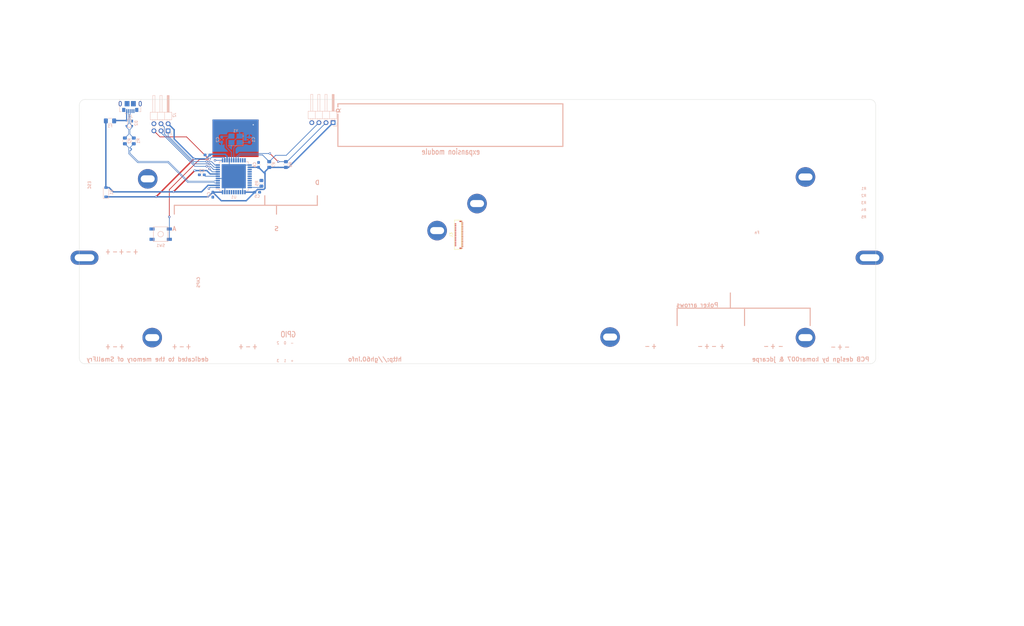
<source format=kicad_pcb>
(kicad_pcb (version 20221018) (generator pcbnew)
  (layers (0 "F.Cu" signal) (31 "B.Cu" signal) (34 "B.Paste" user) (35 "F.Paste" user) (36 "B.SilkS" user "B.Silkscreen") (37 "F.SilkS" user "F.Silkscreen") (38 "B.Mask" user) (39 "F.Mask" user) (44 "Edge.Cuts" user))
  (net 0 "")
  (net 1 "GND")
  (net 2 "Net-(C1-Pad1)")
  (net 3 "Net-(C2-Pad1)")
  (net 4 "Net-(C3-Pad1)")
  (net 5 "+5V")
  (net 6 "VBUS")
  (net 7 "VCC")
  (net 8 "Net-(J1-Pad4)")
  (net 9 "~{RESET}")
  (net 10 "PB2_MOSI")
  (net 11 "PB1_SCK")
  (net 12 "PB3_MISO")
  (net 13 "Net-(J3-PadMP)")
  (net 14 "PF7")
  (net 15 "PF6")
  (net 16 "PF5")
  (net 17 "PF4")
  (net 18 "PF1")
  (net 19 "PF0")
  (net 20 "PE6")
  (net 21 "PD7")
  (net 22 "PD6")
  (net 23 "PD5")
  (net 24 "PD4")
  (net 25 "PD3")
  (net 26 "PD2")
  (net 27 "PD1_SDA")
  (net 28 "PD0_SCL")
  (net 29 "PC7")
  (net 30 "PC6")
  (net 31 "PB7")
  (net 32 "PB6")
  (net 33 "PB5")
  (net 34 "PB4")
  (net 35 "PB0")
  (net 36 "D+")
  (net 37 "D-")
  (net 38 "Net-(R5-Pad2)")
  (net 39 "Net-(U1-Pad42)")
  (net 40 "/DP")
  (net 41 "/DN")
  (footprint "gh60_hole:PKRH" (layer "F.Cu") (at 64.453146 78.400048)
    (fp_text reference "S1" hide)
    (fp_text value "Screw")
  )
  (footprint "gh60_hole:PKRH" (layer "F.Cu") (at 182.325 87.25)
    (fp_text reference "S7" hide)
    (fp_text value "Screw_Tofu")
  )
  (footprint "gh60_hole:PKRHSL" (layer "F.Cu") (at 41.831252 106.625)
    (fp_text reference "S4" hide)
    (fp_text value "Screw")
  )
  (footprint "gh60_hole:PKRH" (layer "F.Cu") (at 299.875 77.72705)
    (fp_text reference "S2" hide)
    (fp_text value "Screw")
  )
  (footprint "gh60_hole:PKRH" (layer "F.Cu") (at 168.037608 96.92504)
    (fp_text reference "S3" hide)
    (fp_text value "Screw")
  )
  (footprint "gh60_hole:PKRH" (layer "F.Cu") (at 229.95016 135.025)
    (fp_text reference "S6" hide)
    (fp_text value "Screw_Tofu")
  )
  (footprint "gh60_hole:PKRHSL" (layer "F.Cu") (at 322.818988 106.625)
    (fp_text reference "S5" hide)
    (fp_text value "Screw")
  )
  (footprint "gh60_hole:PKRH" (layer "F.Cu") (at 66.075 135.225072)
    (fp_text reference "S8" hide)
    (fp_text value "Screw_Tofu")
  )
  (footprint "gh60_hole:PKRH" (layer "F.Cu") (at 299.88 135.225072)
    (fp_text reference "S9" hide)
    (fp_text value "Screw_Tofu")
  )
  (footprint "ChocIn60:TE_1-2013496-0" (layer "F.Cu") (at 177.038 98.425 90)
    (fp_text reference "J3")
    (fp_text value "FFC_FPC_Connectors_29POS")
  )
  (footprint "Capacitor_SMD:C_0603_1608Metric_Pad1.05x0.95mm_HandSolder" (layer "B.Cu") (at 100.838 64.389 90)
    (fp_text reference "C1")
    (fp_text value "22pF")
  )
  (footprint "Capacitor_SMD:C_0603_1608Metric_Pad1.05x0.95mm_HandSolder" (layer "B.Cu") (at 90.932 64.389 -90)
    (fp_text reference "C2")
    (fp_text value "22pF")
  )
  (footprint "Capacitor_SMD:C_0603_1608Metric_Pad1.05x0.95mm_HandSolder" (layer "B.Cu") (at 83.82 76.962 180)
    (fp_text reference "C3")
    (fp_text value "1uF")
  )
  (footprint "Capacitor_SMD:C_0603_1608Metric_Pad1.05x0.95mm_HandSolder" (layer "B.Cu") (at 85.852 69.85)
    (fp_text reference "C4")
    (fp_text value "0.1uF")
  )
  (footprint "Capacitor_SMD:C_0603_1608Metric_Pad1.05x0.95mm_HandSolder" (layer "B.Cu") (at 104.14 73.406 -90)
    (fp_text reference "C6")
    (fp_text value "0.1uF")
  )
  (footprint "Diode_SMD:D_SOD-123" (layer "B.Cu") (at 49.53 83.185 90)
    (fp_text reference "D1")
    (fp_text value "Schottky")
  )
  (footprint "Connector_USB:USB_Micro-B_GCT_USB3076-30-A" (layer "B.Cu") (at 58.2 52.7)
    (fp_text reference "J1")
    (fp_text value "USB_B_Micro")
  )
  (footprint "Connector_PinHeader_2.54mm:PinHeader_2x03_P2.54mm_Horizontal" (layer "B.Cu") (at 71.755 61.214 90)
    (fp_text reference "J2")
    (fp_text value "AVR-ISP-6")
  )
  (footprint "Connector_PinHeader_2.54mm:PinHeader_1x04_P2.54mm_Horizontal" (layer "B.Cu") (at 130.81 58.293 90)
    (fp_text reference "J4")
    (fp_text value "Conn_01x04")
  )
  (footprint "Resistor_SMD:R_0805_2012Metric_Pad1.15x1.40mm_HandSolder" (layer "B.Cu") (at 59.4614 64.8208 90)
    (fp_text reference "R1")
    (fp_text value "22")
  )
  (footprint "Resistor_SMD:R_0805_2012Metric_Pad1.15x1.40mm_HandSolder" (layer "B.Cu") (at 56.2864 64.8208 90)
    (fp_text reference "R2")
    (fp_text value "22")
  )
  (footprint "Resistor_SMD:R_0805_2012Metric_Pad1.15x1.40mm_HandSolder" (layer "B.Cu") (at 113.919 73.279 90)
    (fp_text reference "R6")
    (fp_text value "4.7k")
  )
  (footprint "Resistor_SMD:R_0805_2012Metric_Pad1.15x1.40mm_HandSolder" (layer "B.Cu") (at 107.95 73.279 90)
    (fp_text reference "R7")
    (fp_text value "4.7k")
  )
  (footprint "Orbit_locallib:SKQGADE010" (layer "B.Cu") (at 69.1 98.2 180)
    (fp_text reference "SW1")
    (fp_text value "SW_Push")
  )
  (footprint "Package_QFP:TQFP-44_10x10mm_P0.8mm" (layer "B.Cu") (at 95.25 77.47)
    (fp_text reference "U1")
    (fp_text value "ATmega32U4-AU")
  )
  (footprint "Crystal:Crystal_SMD_3225-4Pin_3.2x2.5mm_HandSoldering" (layer "B.Cu") (at 95.885 64.262 180)
    (fp_text reference "Y1")
    (fp_text value "16MHz")
  )
  (footprint "Orbit_locallib:SOT143B" (layer "B.Cu") (at 57.8739 58.4766 -90)
    (fp_text reference "D2")
    (fp_text value "PRTR5V0U2X")
  )
  (footprint "Fuse:Fuse_1206_3216Metric_Pad1.42x1.75mm_HandSolder" (layer "B.Cu") (at 50.9635 57.658)
    (fp_text reference "F1")
    (fp_text value "500mA")
  )
  (footprint "Capacitor_SMD:C_0603_1608Metric_Pad1.05x0.95mm_HandSolder" (layer "B.Cu") (at 103.632 83.185)
    (fp_text reference "C5")
    (fp_text value "0.1uF")
  )
  (footprint "Resistor_SMD:R_0805_2012Metric_Pad1.15x1.40mm_HandSolder" (layer "B.Cu") (at 105.156 80.01 -90)
    (fp_text reference "R5")
    (fp_text value "10k")
  )
  (footprint "Capacitor_SMD:C_0603_1608Metric_Pad1.05x0.95mm_HandSolder" (layer "B.Cu") (at 87.757 84.074 -90)
    (fp_text reference "C7")
    (fp_text value "10uF")
  )
  (gr_line (start 110.552 87.869) (end 73.976 87.869) (stroke (width 0.381)) (layer "B.SilkS"))
  (gr_line (start 125.157 87.869) (end 125.157 84.44) (stroke (width 0.381)) (layer "B.SilkS"))
  (gr_line (start 106.361 84.44) (end 106.361 87.742) (stroke (width 0.381)) (layer "B.SilkS"))
  (gr_line (start 132.523 51.547) (end 132.523 52.69) (stroke (width 0.381)) (layer "B.SilkS"))
  (gr_line (start 213.041 66.787) (end 213.041 51.547) (stroke (width 0.381)) (layer "B.SilkS"))
  (gr_line (start 278.065 124.699) (end 301.56 124.699) (stroke (width 0.381)) (layer "B.SilkS"))
  (gr_line (start 132.523 66.787) (end 213.041 66.787) (stroke (width 0.381)) (layer "B.SilkS"))
  (gr_circle (center 132.523 53.96) (end 133.031 54.214) (stroke (width 0.381)) (fill none) (layer "B.SilkS"))
  (gr_line (start 301.56 124.699) (end 301.56 130.922) (stroke (width 0.381)) (layer "B.SilkS"))
  (gr_line (start 110.552 87.869) (end 110.552 91.044) (stroke (width 0.381)) (layer "B.SilkS"))
  (gr_line (start 132.523 66.787) (end 132.523 55.23) (stroke (width 0.381)) (layer "B.SilkS"))
  (gr_line (start 253.935 130.922) (end 253.935 124.699) (stroke (width 0.381)) (layer "B.SilkS"))
  (gr_line (start 272.985 124.699) (end 272.985 119.238) (stroke (width 0.381)) (layer "B.SilkS"))
  (gr_line (start 110.552 87.869) (end 125.157 87.869) (stroke (width 0.381)) (layer "B.SilkS"))
  (gr_line (start 253.935 124.699) (end 278.065 124.699) (stroke (width 0.381)) (layer "B.SilkS"))
  (gr_line (start 73.976 87.869) (end 73.976 91.044) (stroke (width 0.381)) (layer "B.SilkS"))
  (gr_line (start 278.065 124.699) (end 278.065 130.922) (stroke (width 0.381)) (layer "B.SilkS"))
  (gr_line (start 213.041 51.547) (end 132.523 51.547) (stroke (width 0.381)) (layer "B.SilkS"))
  (gr_arc (start 323 50) (mid 324.414214 50.585786) (end 325 52) (stroke (width 0.0991)) (layer "Edge.Cuts"))
  (gr_line (start 325 51.9988) (end 325 142.6012) (stroke (width 0.0991)) (layer "Edge.Cuts"))
  (gr_arc (start 40 52) (mid 40.585786 50.585786) (end 42 50) (stroke (width 0.0991)) (layer "Edge.Cuts"))
  (gr_line (start 323 144.6) (end 42 144.6) (stroke (width 0.0991)) (layer "Edge.Cuts"))
  (gr_arc (start 42 144.6) (mid 40.585786 144.014214) (end 40 142.6) (stroke (width 0.0991)) (layer "Edge.Cuts"))
  (gr_line (start 42 50) (end 323 50) (stroke (width 0.0991)) (layer "Edge.Cuts"))
  (gr_arc (start 325 142.6) (mid 324.414214 144.014214) (end 323 144.6) (stroke (width 0.0991)) (layer "Edge.Cuts"))
  (gr_line (start 40 142.6012) (end 40 51.9988) (stroke (width 0.0991)) (layer "Edge.Cuts"))
  (gr_text "D" (at 125.157 79.741) (layer "B.SilkS") (effects (font (size 1.524 1.524) (thickness 0.3048)) (justify mirror)))
  (gr_text "-" (at 76.643 138.36) (layer "B.SilkS") (effects (font (size 2.032 1.524) (thickness 0.3048)) (justify mirror)))
  (gr_text "A" (at 73.976 96.251) (layer "B.SilkS") (effects (font (size 1.524 1.524) (thickness 0.3048)) (justify mirror)))
  (gr_text "2" (at 111.06 137.145) (layer "B.SilkS") (effects (font (size 0.935 0.935) (thickness 0.1588)) (justify mirror)))
  (gr_text "R5" (at 320.737 92.06) (layer "B.SilkS") (effects (font (size 0.935 0.935) (thickness 0.1588)) (justify mirror)))
  (gr_text "-" (at 262.19 138.233) (layer "B.SilkS") (effects (font (size 2.032 1.524) (thickness 0.3048)) (justify mirror)))
  (gr_text "+" (at 60.133 104.395) (layer "B.SilkS") (effects (font (size 2.032 1.524) (thickness 0.3048)) (justify mirror)))
  (gr_text "+" (at 288.225 138.233) (layer "B.SilkS") (effects (font (size 2.032 1.524) (thickness 0.3048)) (justify mirror)))
  (gr_text "+" (at 97.852 138.36) (layer "B.SilkS") (effects (font (size 2.032 1.524) (thickness 0.3048)) (justify mirror)))
  (gr_text "-" (at 309.815 138.487) (layer "B.SilkS") (effects (font (size 2.032 1.524) (thickness 0.3048)) (justify mirror)))
  (gr_text "-" (at 285.812 138.233) (layer "B.SilkS") (effects (font (size 2.032 1.524) (thickness 0.3048)) (justify mirror)))
  (gr_text "Fn" (at 282.51 97.648) (layer "B.SilkS") (effects (font (size 1 1) (thickness 0.2)) (justify mirror)))
  (gr_text "Poker arrows" (at 261.174 123.556) (layer "B.SilkS") (effects (font (size 1.524 1.524) (thickness 0.3048)) (justify mirror)))
  (gr_text "+" (at 270.064 138.233) (layer "B.SilkS") (effects (font (size 2.032 1.524) (thickness 0.3048)) (justify mirror)))
  (gr_text "+" (at 55.053 104.395) (layer "B.SilkS") (effects (font (size 2.032 1.524) (thickness 0.3048)) (justify mirror)))
  (gr_text "R3" (at 320.737 86.98) (layer "B.SilkS") (effects (font (size 0.935 0.935) (thickness 0.1588)) (justify mirror)))
  (gr_text "-" (at 267.143 138.233) (layer "B.SilkS") (effects (font (size 2.032 1.524) (thickness 0.3048)) (justify mirror)))
  (gr_text "-" (at 52.767 104.395) (layer "B.SilkS") (effects (font (size 2.032 1.524) (thickness 0.3048)) (justify mirror)))
  (gr_text "-" (at 116.14 137.145) (layer "B.SilkS") (effects (font (size 0.935 0.935) (thickness 0.1588)) (justify mirror)))
  (gr_text "+" (at 50.227 104.395) (layer "B.SilkS") (effects (font (size 2.032 1.524) (thickness 0.3048)) (justify mirror)))
  (gr_text "+" (at 79.056 138.36) (layer "B.SilkS") (effects (font (size 2.032 1.524) (thickness 0.3048)) (justify mirror)))
  (gr_text "3" (at 111.06 143.495) (layer "B.SilkS") (effects (font (size 0.935 0.935) (thickness 0.1588)) (justify mirror)))
  (gr_text "-" (at 100.392 138.36) (layer "B.SilkS") (effects (font (size 2.032 1.524) (thickness 0.3048)) (justify mirror)))
  (gr_text "-" (at 57.593 104.395) (layer "B.SilkS") (effects (font (size 2.032 1.524) (thickness 0.3048)) (justify mirror)))
  (gr_text "+" (at 55.18 138.36) (layer "B.SilkS") (effects (font (size 2.032 1.524) (thickness 0.3048)) (justify mirror)))
  (gr_text "+" (at 74.103 138.36) (layer "B.SilkS") (effects (font (size 2.032 1.524) (thickness 0.3048)) (justify mirror)))
  (gr_text "+" (at 245.68 138.233) (layer "B.SilkS") (effects (font (size 2.032 1.524) (thickness 0.3048)) (justify mirror)))
  (gr_text "+" (at 102.805 138.36) (layer "B.SilkS") (effects (font (size 2.032 1.524) (thickness 0.3048)) (justify mirror)))
  (gr_text "1" (at 113.6 143.495) (layer "B.SilkS") (effects (font (size 0.935 0.935) (thickness 0.1588)) (justify mirror)))
  (gr_text "R4" (at 320.737 89.52) (layer "B.SilkS") (effects (font (size 0.935 0.935) (thickness 0.1588)) (justify mirror)))
  (gr_text "S" (at 110.552 96.251) (layer "B.SilkS") (effects (font (size 1.524 1.524) (thickness 0.3048)) (justify mirror)))
  (gr_text "0" (at 113.6 137.145) (layer "B.SilkS") (effects (font (size 0.935 0.935) (thickness 0.1588)) (justify mirror)))
  (gr_text "CAPS" (at 82.612 115.428 90) (layer "B.SilkS") (effects (font (size 1 1) (thickness 0.2)) (justify mirror)))
  (gr_text "+" (at 50.227 138.36) (layer "B.SilkS") (effects (font (size 2.032 1.524) (thickness 0.3048)) (justify mirror)))
  (gr_text "+" (at 312.228 138.487) (layer "B.SilkS") (effects (font (size 2.032 1.524) (thickness 0.3048)) (justify mirror)))
  (gr_text "PCB design by komar007 & jdcarpe" (at 322.91 142.98) (layer "B.SilkS") (effects (font (size 1.524 1.524) (thickness 0.3048)) (justify left mirror)))
  (gr_text "-" (at 243.267 138.233) (layer "B.SilkS") (effects (font (size 2.032 1.524) (thickness 0.3048)) (justify mirror)))
  (gr_text "http://gh60.info" (at 136.01 142.98) (layer "B.SilkS") (effects (font (size 1.524 1.524) (thickness 0.3048)) (justify right mirror)))
  (gr_text "R2" (at 320.737 84.44) (layer "B.SilkS") (effects (font (size 0.935 0.935) (thickness 0.1588)) (justify mirror)))
  (gr_text "dedicated to the memory of SmallFry" (at 42.41 142.98) (layer "B.SilkS") (effects (font (size 1.524 1.524) (thickness 0.3048)) (justify right mirror)))
  (gr_text "-" (at 52.767 138.36) (layer "B.SilkS") (effects (font (size 2.032 1.524) (thickness 0.3048)) (justify mirror)))
  (gr_text "+" (at 264.603 138.233) (layer "B.SilkS") (effects (font (size 2.032 1.524) (thickness 0.3048)) (justify mirror)))
  (gr_text "+" (at 116.14 143.495) (layer "B.SilkS") (effects (font (size 0.935 0.935) (thickness 0.1588)) (justify mirror)))
  (gr_text "-" (at 314.768 138.487) (layer "B.SilkS") (effects (font (size 2.032 1.524) (thickness 0.3048)) (justify mirror)))
  (gr_text "expansion module" (at 172.909 68.692) (layer "B.SilkS") (effects (font (size 2.032 1.524) (thickness 0.3048)) (justify mirror)))
  (gr_text "GPIO" (at 114.743 134.097) (layer "B.SilkS") (effects (font (size 2.032 1.524) (thickness 0.3048)) (justify mirror)))
  (gr_text "R1" (at 320.737 81.9) (layer "B.SilkS") (effects (font (size 0.935 0.935) (thickness 0.1588)) (justify mirror)))
  (gr_text "ESC" (at 43.623 80.63 90) (layer "B.SilkS") (effects (font (size 1 1) (thickness 0.2)) (justify mirror)))
  (gr_text "-" (at 291.019 138.233) (layer "B.SilkS") (effects (font (size 2.032 1.524) (thickness 0.3048)) (justify mirror)))
  (via (at 102.235 59.055) (size 0.8) (drill 0.4) (layers "F.Cu" "B.Cu") (net 1))
  (segment (start 98.01098 80.54086) (end 98.45 80.97988) (width 0.25) (layer "B.Cu") (net 1))
  (segment (start 92.05 83.17) (end 92.05 81.42692) (width 0.25) (layer "B.Cu") (net 1))
  (segment (start 94.435 65.412) (end 94.735 65.412) (width 0.25) (layer "B.Cu") (net 1))
  (segment (start 93.65 74.980002) (end 92.05 76.580002) (width 0.25) (layer "B.Cu") (net 1))
  (segment (start 92.79646 78.27) (end 90.55 78.27) (width 0.25) (layer "B.Cu") (net 1))
  (segment (start 100.95 73.47) (end 97.59646 73.47) (width 0.25) (layer "B.Cu") (net 1))
  (segment (start 94.735 65.412) (end 97.035 63.112) (width 0.25) (layer "B.Cu") (net 1))
  (segment (start 98.45 80.97988) (end 98.45 83.17) (width 0.25) (layer "B.Cu") (net 1))
  (segment (start 97.035 63.112) (end 97.335 63.112) (width 0.25) (layer "B.Cu") (net 1))
  (segment (start 93.65 70.409) (end 93.65 71.77) (width 0.25) (layer "B.Cu") (net 1))
  (segment (start 97.59646 73.47) (end 92.79646 78.27) (width 0.25) (layer "B.Cu") (net 1))
  (segment (start 92.93606 80.54086) (end 98.01098 80.54086) (width 0.25) (layer "B.Cu") (net 1))
  (segment (start 93.65 71.77) (end 93.65 74.980002) (width 0.25) (layer "B.Cu") (net 1))
  (segment (start 92.05 82.17) (end 92.05 83.17) (width 0.25) (layer "B.Cu") (net 1))
  (segment (start 90.55 78.27) (end 89.55 78.27) (width 0.25) (layer "B.Cu") (net 1))
  (segment (start 92.05 81.42692) (end 92.93606 80.54086) (width 0.25) (layer "B.Cu") (net 1))
  (segment (start 92.05 76.580002) (end 92.05 82.17) (width 0.25) (layer "B.Cu") (net 1))
  (segment (start 95.25 67.31) (end 95.25 70.77) (width 0.25) (layer "B.Cu") (net 2))
  (segment (start 97.335 65.412) (end 101.071 65.412) (width 0.25) (layer "B.Cu") (net 2))
  (segment (start 101.071 65.412) (end 101.092 65.391) (width 0.25) (layer "B.Cu") (net 2))
  (segment (start 95.25 70.77) (end 95.25 71.77) (width 0.25) (layer "B.Cu") (net 2))
  (segment (start 97.335 65.412) (end 97.148 65.412) (width 0.25) (layer "B.Cu") (net 2))
  (segment (start 97.148 65.412) (end 95.25 67.31) (width 0.25) (layer "B.Cu") (net 2))
  (segment (start 90.551 63.133) (end 94.414 63.133) (width 0.25) (layer "B.Cu") (net 3))
  (segment (start 94.45 68.923) (end 94.45 70.77) (width 0.25) (layer "B.Cu") (net 3))
  (segment (start 93.86 63.112) (end 92.583 64.389) (width 0.25) (layer "B.Cu") (net 3))
  (segment (start 94.435 63.112) (end 93.86 63.112) (width 0.25) (layer "B.Cu") (net 3))
  (segment (start 94.414 63.133) (end 94.435 63.112) (width 0.25) (layer "B.Cu") (net 3))
  (segment (start 92.583 64.389) (end 92.583 67.056) (width 0.25) (layer "B.Cu") (net 3))
  (segment (start 92.583 67.056) (end 94.45 68.923) (width 0.25) (layer "B.Cu") (net 3))
  (segment (start 94.45 70.77) (end 94.45 71.77) (width 0.25) (layer "B.Cu") (net 3))
  (segment (start 84.582 76.962) (end 85.09 77.47) (width 0.25) (layer "B.Cu") (net 4))
  (segment (start 85.09 77.47) (end 89.55 77.47) (width 0.25) (layer "B.Cu") (net 4))
  (segment (start 67.438 84.835) (end 81.026 71.247) (width 0.5) (layer "F.Cu") (net 5))
  (via (at 67.438 84.835) (size 0.8) (drill 0.4) (layers "F.Cu" "B.Cu") (net 5))
  (via (at 81.026 71.247) (size 0.8) (drill 0.4) (layers "F.Cu" "B.Cu") (net 5))
  (segment (start 67.438 84.835) (end 86.121 84.835) (width 0.5) (layer "B.Cu") (net 5))
  (segment (start 87.786 83.17) (end 87.757 83.199) (width 0.5) (layer "B.Cu") (net 5))
  (segment (start 86.727 69.85) (end 85.33 71.247) (width 0.5) (layer "B.Cu") (net 5))
  (segment (start 102.742 83.17) (end 102.757 83.185) (width 0.5) (layer "B.Cu") (net 5))
  (segment (start 92.85 70.244) (end 92.202 69.596) (width 0.5) (layer "B.Cu") (net 5))
  (segment (start 81.026 71.247) (end 73.914 64.135) (width 0.5) (layer "B.Cu") (net 5))
  (segment (start 91.25 83.17) (end 87.786 83.17) (width 0.5) (layer "B.Cu") (net 5))
  (segment (start 87.757 83.199) (end 90.791 86.233) (width 0.5) (layer "B.Cu") (net 5))
  (segment (start 92.85 71.77) (end 92.85 70.244) (width 0.5) (layer "B.Cu") (net 5))
  (segment (start 102.257928 83.684072) (end 102.757 83.185) (width 0.5) (layer "B.Cu") (net 5))
  (segment (start 103.75499 82.18701) (end 106.022956 82.18701) (width 0.5) (layer "B.Cu") (net 5))
  (segment (start 106.43301 76.57401) (end 106.43301 75.82099) (width 0.5) (layer "B.Cu") (net 5))
  (segment (start 49.53 84.835) (end 67.438 84.835) (width 0.5) (layer "B.Cu") (net 5))
  (segment (start 106.43301 81.776956) (end 106.43301 76.57401) (width 0.5) (layer "B.Cu") (net 5))
  (segment (start 73.914 64.135) (end 73.914 60.833) (width 0.5) (layer "B.Cu") (net 5))
  (segment (start 114.799 74.304) (end 130.81 58.293) (width 0.5) (layer "B.Cu") (net 5))
  (segment (start 92.202 69.596) (end 87.136 69.596) (width 0.5) (layer "B.Cu") (net 5))
  (segment (start 90.791 86.233) (end 99.709 86.233) (width 0.5) (layer "B.Cu") (net 5))
  (segment (start 99.25 83.17) (end 102.742 83.17) (width 0.5) (layer "B.Cu") (net 5))
  (segment (start 106.43301 75.82099) (end 107.95 74.304) (width 0.5) (layer "B.Cu") (net 5))
  (segment (start 85.33 71.247) (end 81.591685 71.247) (width 0.5) (layer "B.Cu") (net 5))
  (segment (start 111.125 74.304) (end 114.799 74.304) (width 0.5) (layer "B.Cu") (net 5))
  (segment (start 104.129 74.27) (end 104.14 74.281) (width 0.5) (layer "B.Cu") (net 5))
  (segment (start 72.604999 59.523999) (end 71.755 58.674) (width 0.5) (layer "B.Cu") (net 5))
  (segment (start 106.022956 82.18701) (end 106.43301 81.776956) (width 0.5) (layer "B.Cu") (net 5))
  (segment (start 106.43301 76.57401) (end 104.639072 74.780072) (width 0.5) (layer "B.Cu") (net 5))
  (segment (start 86.121 84.835) (end 87.757 83.199) (width 0.5) (layer "B.Cu") (net 5))
  (segment (start 73.914 60.833) (end 72.604999 59.523999) (width 0.5) (layer "B.Cu") (net 5))
  (segment (start 81.591685 71.247) (end 81.026 71.247) (width 0.5) (layer "B.Cu") (net 5))
  (segment (start 104.639072 74.780072) (end 104.14 74.281) (width 0.5) (layer "B.Cu") (net 5))
  (segment (start 107.95 74.304) (end 111.125 74.304) (width 0.5) (layer "B.Cu") (net 5))
  (segment (start 99.709 86.233) (end 102.257928 83.684072) (width 0.5) (layer "B.Cu") (net 5))
  (segment (start 102.757 83.185) (end 103.75499 82.18701) (width 0.5) (layer "B.Cu") (net 5))
  (segment (start 100.95 74.27) (end 104.129 74.27) (width 0.5) (layer "B.Cu") (net 5))
  (segment (start 81.28 75.438) (end 73.66 83.058) (width 0.5) (layer "F.Cu") (net 6))
  (segment (start 73.66 83.058) (end 73.66 83.058006) (width 0.5) (layer "F.Cu") (net 6))
  (via (at 81.28 75.438) (size 0.8) (drill 0.4) (layers "F.Cu" "B.Cu") (net 6))
  (via (at 73.66 83.058006) (size 0.8) (drill 0.4) (layers "F.Cu" "B.Cu") (net 6))
  (segment (start 49.476 57.658) (end 49.476 81.481) (width 0.5) (layer "B.Cu") (net 6))
  (segment (start 86.0552 80.7212) (end 83.7184 83.058) (width 0.5) (layer "B.Cu") (net 6))
  (segment (start 50.63 81.535) (end 52.153006 83.058006) (width 0.5) (layer "B.Cu") (net 6))
  (segment (start 86.83 76.67) (end 85.598 75.438) (width 0.5) (layer "B.Cu") (net 6))
  (segment (start 52.153006 83.058006) (end 73.094315 83.058006) (width 0.5) (layer "B.Cu") (net 6))
  (segment (start 89.55 76.67) (end 86.83 76.67) (width 0.5) (layer "B.Cu") (net 6))
  (segment (start 73.094315 83.058006) (end 73.66 83.058006) (width 0.5) (layer "B.Cu") (net 6))
  (segment (start 90.0176 80.7212) (end 86.0552 80.7212) (width 0.5) (layer "B.Cu") (net 6))
  (segment (start 89.9664 80.67) (end 90.0176 80.7212) (width 0.5) (layer "B.Cu") (net 6))
  (segment (start 85.598 75.438) (end 81.845685 75.438) (width 0.5) (layer "B.Cu") (net 6))
  (segment (start 49.53 81.535) (end 50.63 81.535) (width 0.5) (layer "B.Cu") (net 6))
  (segment (start 81.845685 75.438) (end 81.28 75.438) (width 0.5) (layer "B.Cu") (net 6))
  (segment (start 83.7184 83.058) (end 73.660006 83.058) (width 0.5) (layer "B.Cu") (net 6))
  (segment (start 73.660006 83.058) (end 73.66 83.058006) (width 0.5) (layer "B.Cu") (net 6))
  (segment (start 89.55 80.67) (end 89.9664 80.67) (width 0.5) (layer "B.Cu") (net 6))
  (segment (start 56.9 54.15) (end 56.9 57.5005) (width 0.4) (layer "B.Cu") (net 7))
  (segment (start 52.2919 57.5266) (end 52.2875 57.531) (width 0.5) (layer "B.Cu") (net 7))
  (segment (start 56.8739 57.5266) (end 52.2919 57.5266) (width 0.5) (layer "B.Cu") (net 7))
  (segment (start 56.9 57.5005) (end 56.8739 57.5266) (width 0.4) (layer "B.Cu") (net 7))
  (segment (start 67.524999 62.063999) (end 66.675 61.214) (width 0.25) (layer "F.Cu") (net 9))
  (segment (start 82.931 71.501) (end 72.186802 82.245198) (width 0.25) (layer "F.Cu") (net 9))
  (segment (start 72.186802 91.433115) (end 72.186802 91.9988) (width 0.25) (layer "F.Cu") (net 9))
  (segment (start 68.834 63.373) (end 67.524999 62.063999) (width 0.25) (layer "F.Cu") (net 9))
  (segment (start 86.487 71.501) (end 82.931 71.501) (width 0.25) (layer "F.Cu") (net 9))
  (segment (start 86.487 71.501) (end 78.359 63.373) (width 0.25) (layer "F.Cu") (net 9))
  (segment (start 72.186802 82.245198) (end 72.186802 91.433115) (width 0.25) (layer "F.Cu") (net 9))
  (segment (start 78.359 63.373) (end 68.834 63.373) (width 0.25) (layer "F.Cu") (net 9))
  (via (at 72.186802 91.9988) (size 0.8) (drill 0.4) (layers "F.Cu" "B.Cu") (net 9))
  (via (at 86.487 71.501) (size 0.8) (drill 0.4) (layers "F.Cu" "B.Cu") (net 9))
  (segment (start 72.2 92.011998) (end 72.186802 91.9988) (width 0.25) (layer "B.Cu") (net 9))
  (segment (start 92.05 70.959998) (end 91.785001 70.694999) (width 0.25) (layer "B.Cu") (net 9))
  (segment (start 91.785001 70.694999) (end 87.293001 70.694999) (width 0.25) (layer "B.Cu") (net 9))
  (segment (start 92.05 71.77) (end 92.05 70.959998) (width 0.25) (layer "B.Cu") (net 9))
  (segment (start 72.2 96.35) (end 72.2 92.011998) (width 0.25) (layer "B.Cu") (net 9))
  (segment (start 87.293001 70.694999) (end 86.487 71.501) (width 0.25) (layer "B.Cu") (net 9))
  (segment (start 72.2 96.35) (end 72.2 100.05) (width 0.25) (layer "B.Cu") (net 9))
  (via (at 86.487 73.025) (size 0.8) (drill 0.4) (layers "F.Cu" "B.Cu") (net 10))
  (segment (start 86.487 73.025) (end 81.094588 73.025) (width 0.25) (layer "B.Cu") (net 10))
  (segment (start 88.24 74.27) (end 86.995 73.025) (width 0.25) (layer "B.Cu") (net 10))
  (segment (start 89.55 74.27) (end 88.24 74.27) (width 0.25) (layer "B.Cu") (net 10))
  (segment (start 86.995 73.025) (end 86.487 73.025) (width 0.25) (layer "B.Cu") (net 10))
  (segment (start 70.064999 59.523999) (end 69.215 58.674) (width 0.25) (layer "B.Cu") (net 10))
  (segment (start 70.390001 59.849001) (end 70.064999 59.523999) (width 0.25) (layer "B.Cu") (net 10))
  (segment (start 81.094588 73.025) (end 70.390001 62.320413) (width 0.25) (layer "B.Cu") (net 10))
  (segment (start 70.390001 62.320413) (end 70.390001 59.849001) (width 0.25) (layer "B.Cu") (net 10))
  (via (at 85.598 73.914) (size 0.8) (drill 0.4) (layers "F.Cu" "B.Cu") (net 11))
  (segment (start 85.598 73.914) (end 81.28 73.914) (width 0.25) (layer "B.Cu") (net 11))
  (segment (start 86.868 73.914) (end 85.598 73.914) (width 0.25) (layer "B.Cu") (net 11))
  (segment (start 69.215 61.849) (end 69.215 61.214) (width 0.25) (layer "B.Cu") (net 11))
  (segment (start 88.024 75.07) (end 86.868 73.914) (width 0.25) (layer "B.Cu") (net 11))
  (segment (start 81.28 73.914) (end 69.215 61.849) (width 0.25) (layer "B.Cu") (net 11))
  (segment (start 89.55 75.07) (end 88.024 75.07) (width 0.25) (layer "B.Cu") (net 11))
  (via (at 85.598 72.263) (size 0.8) (drill 0.4) (layers "F.Cu" "B.Cu") (net 12))
  (segment (start 85.598 72.263) (end 87.343 72.263) (width 0.25) (layer "B.Cu") (net 12))
  (segment (start 71.755 61.214) (end 71.755 63.049002) (width 0.25) (layer "B.Cu") (net 12))
  (segment (start 80.968998 72.263) (end 85.598 72.263) (width 0.25) (layer "B.Cu") (net 12))
  (segment (start 87.343 72.263) (end 88.55 73.47) (width 0.25) (layer "B.Cu") (net 12))
  (segment (start 71.755 63.049002) (end 80.968998 72.263) (width 0.25) (layer "B.Cu") (net 12))
  (segment (start 88.55 73.47) (end 89.55 73.47) (width 0.25) (layer "B.Cu") (net 12))
  (via (at 86.36 81.915) (size 0.8) (drill 0.4) (layers "F.Cu" "B.Cu") (net 20))
  (segment (start 89.55 81.47) (end 86.805 81.47) (width 0.25) (layer "B.Cu") (net 20))
  (segment (start 86.805 81.47) (end 86.36 81.915) (width 0.25) (layer "B.Cu") (net 20))
  (segment (start 96.85 71.77) (end 96.85 70.536) (width 0.25) (layer "B.Cu") (net 27))
  (segment (start 124.880001 59.142999) (end 125.73 58.293) (width 0.25) (layer "B.Cu") (net 27))
  (segment (start 110.227 69.977) (end 114.046 69.977) (width 0.25) (layer "B.Cu") (net 27))
  (segment (start 105.546 69.85) (end 107.326628 71.630628) (width 0.25) (layer "B.Cu") (net 27))
  (segment (start 96.85 70.536) (end 97.536 69.85) (width 0.25) (layer "B.Cu") (net 27))
  (segment (start 107.326628 71.630628) (end 107.95 72.254) (width 0.25) (layer "B.Cu") (net 27))
  (segment (start 97.536 69.85) (end 105.546 69.85) (width 0.25) (layer "B.Cu") (net 27))
  (segment (start 114.046 69.977) (end 124.880001 59.142999) (width 0.25) (layer "B.Cu") (net 27))
  (segment (start 107.95 72.254) (end 110.227 69.977) (width 0.25) (layer "B.Cu") (net 27))
  (segment (start 108.204 69.342) (end 111.116 72.254) (width 0.25) (layer "F.Cu") (net 28))
  (segment (start 111.116 72.254) (end 111.134 72.254) (width 0.25) (layer "F.Cu") (net 28))
  (via (at 111.134 72.254) (size 0.8) (drill 0.4) (layers "F.Cu" "B.Cu") (net 28))
  (via (at 108.204 69.342) (size 0.8) (drill 0.4) (layers "F.Cu" "B.Cu") (net 28))
  (segment (start 96.05 71.77) (end 96.05 70.69959) (width 0.25) (layer "B.Cu") (net 28))
  (segment (start 114.309 72.254) (end 111.134 72.254) (width 0.25) (layer "B.Cu") (net 28))
  (segment (start 97.40759 69.342) (end 108.204 69.342) (width 0.25) (layer "B.Cu") (net 28))
  (segment (start 96.05 70.69959) (end 97.40759 69.342) (width 0.25) (layer "B.Cu") (net 28))
  (segment (start 128.27 58.293) (end 114.309 72.254) (width 0.25) (layer "B.Cu") (net 28))
  (via (at 88.534 71.77) (size 0.8) (drill 0.4) (layers "F.Cu" "B.Cu") (net 31))
  (segment (start 91.25 71.77) (end 88.534 71.77) (width 0.25) (layer "B.Cu") (net 31))
  (via (at 86.487039 74.803039) (size 0.8) (drill 0.4) (layers "F.Cu" "B.Cu") (net 35))
  (segment (start 89.55 75.87) (end 87.554 75.87) (width 0.25) (layer "B.Cu") (net 35))
  (segment (start 86.887038 75.203038) (end 86.487039 74.803039) (width 0.25) (layer "B.Cu") (net 35))
  (segment (start 87.554 75.87) (end 86.887038 75.203038) (width 0.25) (layer "B.Cu") (net 35))
  (segment (start 58.72368 67.741543) (end 58.731201 67.8083) (width 0.2) (layer "B.Cu") (net 36))
  (segment (start 58.561367 67.538009) (end 58.618248 67.57375) (width 0.2) (layer "B.Cu") (net 36))
  (segment (start 61.0532 72.165) (end 71.8602 72.165) (width 0.2) (layer "B.Cu") (net 36))
  (segment (start 58.268735 67.47859) (end 58.332144 67.500778) (width 0.2) (layer "B.Cu") (net 36))
  (segment (start 88.424999 79.07) (end 89.55 79.07) (width 0.2) (layer "B.Cu") (net 36))
  (segment (start 58.618248 67.57375) (end 58.665751 67.621253) (width 0.2) (layer "B.Cu") (net 36))
  (segment (start 58.731201 67.8083) (end 58.72368 67.875056) (width 0.2) (layer "B.Cu") (net 36))
  (segment (start 59.4614 65.8458) (end 58.0989 67.2083) (width 0.2) (layer "B.Cu") (net 36))
  (segment (start 71.8602 72.165) (end 78.9402 79.245) (width 0.2) (layer "B.Cu") (net 36))
  (segment (start 58.106422 67.275056) (end 58.12861 67.338465) (width 0.2) (layer "B.Cu") (net 36))
  (segment (start 58.497958 68.100778) (end 58.431201 68.1083) (width 0.2) (layer "B.Cu") (net 36))
  (segment (start 58.665751 67.995346) (end 58.618248 68.042849) (width 0.2) (layer "B.Cu") (net 36))
  (segment (start 58.0989 67.2083) (end 58.106422 67.275056) (width 0.2) (layer "B.Cu") (net 36))
  (segment (start 58.211854 68.17375) (end 58.164351 68.221253) (width 0.2) (layer "B.Cu") (net 36))
  (segment (start 58.618248 68.042849) (end 58.561367 68.07859) (width 0.2) (layer "B.Cu") (net 36))
  (segment (start 58.431201 67.5083) (end 58.497958 67.515821) (width 0.2) (layer "B.Cu") (net 36))
  (segment (start 58.701492 67.678134) (end 58.72368 67.741543) (width 0.2) (layer "B.Cu") (net 36))
  (segment (start 88.249999 79.245) (end 88.424999 79.07) (width 0.2) (layer "B.Cu") (net 36))
  (segment (start 58.3989 68.1083) (end 58.332144 68.115821) (width 0.2) (layer "B.Cu") (net 36))
  (segment (start 58.12861 68.278134) (end 58.106422 68.341543) (width 0.2) (layer "B.Cu") (net 36))
  (segment (start 58.164351 67.395346) (end 58.211854 67.442849) (width 0.2) (layer "B.Cu") (net 36))
  (segment (start 58.164351 68.221253) (end 58.12861 68.278134) (width 0.2) (layer "B.Cu") (net 36))
  (segment (start 58.211854 67.442849) (end 58.268735 67.47859) (width 0.2) (layer "B.Cu") (net 36))
  (segment (start 58.0989 68.4083) (end 58.0989 69.2107) (width 0.2) (layer "B.Cu") (net 36))
  (segment (start 78.9402 79.245) (end 88.249999 79.245) (width 0.2) (layer "B.Cu") (net 36))
  (segment (start 58.106422 68.341543) (end 58.0989 68.4083) (width 0.2) (layer "B.Cu") (net 36))
  (segment (start 58.701492 67.938465) (end 58.665751 67.995346) (width 0.2) (layer "B.Cu") (net 36))
  (segment (start 58.72368 67.875056) (end 58.701492 67.938465) (width 0.2) (layer "B.Cu") (net 36))
  (segment (start 58.332144 67.500778) (end 58.3989 67.5083) (width 0.2) (layer "B.Cu") (net 36))
  (segment (start 58.561367 68.07859) (end 58.497958 68.100778) (width 0.2) (layer "B.Cu") (net 36))
  (segment (start 58.12861 67.338465) (end 58.164351 67.395346) (width 0.2) (layer "B.Cu") (net 36))
  (segment (start 58.268735 68.138009) (end 58.211854 68.17375) (width 0.2) (layer "B.Cu") (net 36))
  (segment (start 58.332144 68.115821) (end 58.268735 68.138009) (width 0.2) (layer "B.Cu") (net 36))
  (segment (start 58.497958 67.515821) (end 58.561367 67.538009) (width 0.2) (layer "B.Cu") (net 36))
  (segment (start 58.0989 69.2107) (end 61.0532 72.165) (width 0.2) (layer "B.Cu") (net 36))
  (segment (start 58.431201 68.1083) (end 58.3989 68.1083) (width 0.2) (layer "B.Cu") (net 36))
  (segment (start 58.665751 67.621253) (end 58.701492 67.678134) (width 0.2) (layer "B.Cu") (net 36))
  (segment (start 58.3989 67.5083) (end 58.431201 67.5083) (width 0.2) (layer "B.Cu") (net 36))
  (segment (start 57.6489 69.3971) (end 60.8668 72.615) (width 0.2) (layer "B.Cu") (net 37))
  (segment (start 57.6489 67.2083) (end 57.6489 69.3971) (width 0.2) (layer "B.Cu") (net 37))
  (segment (start 88.424999 79.87) (end 89.55 79.87) (width 0.2) (layer "B.Cu") (net 37))
  (segment (start 71.7006 72.615) (end 78.7806 79.695) (width 0.2) (layer "B.Cu") (net 37))
  (segment (start 88.249999 79.695) (end 88.424999 79.87) (width 0.2) (layer "B.Cu") (net 37))
  (segment (start 56.2864 65.8458) (end 57.6489 67.2083) (width 0.2) (layer "B.Cu") (net 37))
  (segment (start 60.8668 72.615) (end 71.7006 72.615) (width 0.2) (layer "B.Cu") (net 37))
  (segment (start 78.7806 79.695) (end 88.249999 79.695) (width 0.2) (layer "B.Cu") (net 37))
  (segment (start 100.95 81.47) (end 104.975 81.47) (width 0.25) (layer "B.Cu") (net 38))
  (segment (start 104.975 81.47) (end 105.283 81.162) (width 0.25) (layer "B.Cu") (net 38))
  (segment (start 58.0989 60.726601) (end 58.0989 62.4333) (width 0.2) (layer "B.Cu") (net 40))
  (segment (start 58.0989 56.20114) (end 58.1 56.20004) (width 0.2) (layer "B.Cu") (net 40))
  (segment (start 58.0989 62.4333) (end 59.4614 63.7958) (width 0.2) (layer "B.Cu") (net 40))
  (segment (start 58.6739 59.4266) (end 58.6739 59.3766) (width 0.2) (layer "B.Cu") (net 40))
  (segment (start 58.8739 59.3766) (end 58.0989 58.6016) (width 0.2) (layer "B.Cu") (net 40))
  (segment (start 58.8739 59.4266) (end 58.8739 59.951601) (width 0.2) (layer "B.Cu") (net 40))
  (segment (start 58.2 55.200001) (end 58.2 54.15) (width 0.2) (layer "B.Cu") (net 40))
  (segment (start 58.1 55.300001) (end 58.2 55.200001) (width 0.2) (layer "B.Cu") (net 40))
  (segment (start 58.8739 59.951601) (end 58.0989 60.726601) (width 0.2) (layer "B.Cu") (net 40))
  (segment (start 58.1 56.20004) (end 58.1 55.300001) (width 0.2) (layer "B.Cu") (net 40))
  (segment (start 58.0989 58.6016) (end 58.0989 56.20114) (width 0.2) (layer "B.Cu") (net 40))
  (segment (start 56.6739 59.4266) (end 56.6739 59.3766) (width 0.2) (layer "B.Cu") (net 41))
  (segment (start 57.55 55.200001) (end 57.55 54.15) (width 0.2) (layer "B.Cu") (net 41))
  (segment (start 57.6489 62.4333) (end 56.2864 63.7958) (width 0.2) (layer "B.Cu") (net 41))
  (segment (start 57.6489 58.6016) (end 57.6489 56.01474) (width 0.2) (layer "B.Cu") (net 41))
  (segment (start 57.65 56.01364) (end 57.65 55.300001) (width 0.2) (layer "B.Cu") (net 41))
  (segment (start 56.8739 59.3766) (end 57.6489 58.6016) (width 0.2) (layer "B.Cu") (net 41))
  (segment (start 57.6489 60.726601) (end 57.6489 62.4333) (width 0.2) (layer "B.Cu") (net 41))
  (segment (start 56.8739 59.951601) (end 57.6489 60.726601) (width 0.2) (layer "B.Cu") (net 41))
  (segment (start 57.65 55.300001) (end 57.55 55.200001) (width 0.2) (layer "B.Cu") (net 41))
  (segment (start 56.8739 59.4266) (end 56.8739 59.951601) (width 0.2) (layer "B.Cu") (net 41))
  (segment (start 57.6489 56.01474) (end 57.65 56.01364) (width 0.2) (layer "B.Cu") (net 41))
  (zone (net 1) (net_name "GND") (layer "F.Cu") (connect_pads (clearance 0.508)) (min_thickness 0.254) (fill yes (thermal_gap 0.508) (thermal_bridge_width 0.508))
    (polygon (pts (xy 87.63 57.15) (xy 104.14 57.15) (xy 104.14 70.612) (xy 87.63 70.612)))
  )
  (zone (net 1) (net_name "GND") (layer "B.Cu") (connect_pads (clearance 0.508)) (min_thickness 0.254) (fill yes (thermal_gap 0.508) (thermal_bridge_width 0.508))
    (polygon (pts (xy 90.932 73.152) (xy 99.568 73.152) (xy 99.568 81.788) (xy 90.932 81.788)))
  )
  (zone (net 1) (net_name "GND") (layer "B.Cu") (connect_pads (clearance 0.508)) (min_thickness 0.254) (fill yes (thermal_gap 0.508) (thermal_bridge_width 0.508))
    (polygon (pts (xy 87.63 68.707) (xy 93.091 68.707) (xy 93.091 70.612) (xy 95.504 70.612) (xy 95.504 69.342) (xy 104.14 69.342) (xy 104.14 57.15) (xy 87.63 57.15)))
  )
)
</source>
